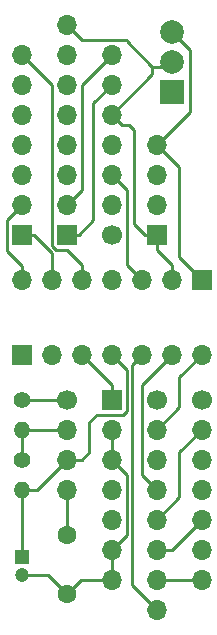
<source format=gbr>
G04 #@! TF.GenerationSoftware,KiCad,Pcbnew,(5.0.0)*
G04 #@! TF.CreationDate,2018-09-14T11:50:53-04:00*
G04 #@! TF.ProjectId,one-counter,6F6E652D636F756E7465722E6B696361,rev?*
G04 #@! TF.SameCoordinates,Original*
G04 #@! TF.FileFunction,Copper,L1,Top,Signal*
G04 #@! TF.FilePolarity,Positive*
%FSLAX46Y46*%
G04 Gerber Fmt 4.6, Leading zero omitted, Abs format (unit mm)*
G04 Created by KiCad (PCBNEW (5.0.0)) date 09/14/18 11:50:53*
%MOMM*%
%LPD*%
G01*
G04 APERTURE LIST*
G04 #@! TA.AperFunction,ComponentPad*
%ADD10R,2.000000X2.000000*%
G04 #@! TD*
G04 #@! TA.AperFunction,ComponentPad*
%ADD11C,2.000000*%
G04 #@! TD*
G04 #@! TA.AperFunction,ComponentPad*
%ADD12R,1.700000X1.700000*%
G04 #@! TD*
G04 #@! TA.AperFunction,ComponentPad*
%ADD13O,1.700000X1.700000*%
G04 #@! TD*
G04 #@! TA.AperFunction,ComponentPad*
%ADD14C,1.700000*%
G04 #@! TD*
G04 #@! TA.AperFunction,ComponentPad*
%ADD15R,1.200000X1.200000*%
G04 #@! TD*
G04 #@! TA.AperFunction,ComponentPad*
%ADD16C,1.200000*%
G04 #@! TD*
G04 #@! TA.AperFunction,ComponentPad*
%ADD17C,1.400000*%
G04 #@! TD*
G04 #@! TA.AperFunction,ComponentPad*
%ADD18O,1.400000X1.400000*%
G04 #@! TD*
G04 #@! TA.AperFunction,ComponentPad*
%ADD19C,1.600000*%
G04 #@! TD*
G04 #@! TA.AperFunction,Conductor*
%ADD20C,0.254000*%
G04 #@! TD*
G04 APERTURE END LIST*
D10*
G04 #@! TO.P,U1,1*
G04 #@! TO.N,N/C*
X175260000Y-92075000D03*
D11*
G04 #@! TO.P,U1,2*
G04 #@! TO.N,GND*
X175260000Y-89535000D03*
G04 #@! TO.P,U1,3*
G04 #@! TO.N,+5V*
X175260000Y-86995000D03*
G04 #@! TD*
D12*
G04 #@! TO.P,U8,1*
G04 #@! TO.N,U8-1*
X162560000Y-104140000D03*
D13*
G04 #@! TO.P,U8,2*
G04 #@! TO.N,U8-2*
X162560000Y-101600000D03*
G04 #@! TO.P,U8,3*
G04 #@! TO.N,N/C*
X162560000Y-99060000D03*
G04 #@! TO.P,U8,4*
X162560000Y-96520000D03*
G04 #@! TO.P,U8,5*
X162560000Y-93980000D03*
G04 #@! TO.P,U8,6*
X162560000Y-91440000D03*
G04 #@! TO.P,U8,7*
G04 #@! TO.N,U8-7*
X162560000Y-88900000D03*
G04 #@! TD*
G04 #@! TO.P,J2,7*
G04 #@! TO.N,U8-2*
X162560000Y-107950000D03*
G04 #@! TO.P,J2,6*
G04 #@! TO.N,U8-1*
X165100000Y-107950000D03*
G04 #@! TO.P,J2,5*
G04 #@! TO.N,U8-7*
X167640000Y-107950000D03*
G04 #@! TO.P,J2,4*
G04 #@! TO.N,U2-2*
X170180000Y-107950000D03*
G04 #@! TO.P,J2,3*
G04 #@! TO.N,U5-12*
X172720000Y-107950000D03*
G04 #@! TO.P,J2,2*
G04 #@! TO.N,GND*
X175260000Y-107950000D03*
D12*
G04 #@! TO.P,J2,1*
G04 #@! TO.N,+5V*
X177800000Y-107950000D03*
G04 #@! TD*
G04 #@! TO.P,U4,1*
G04 #@! TO.N,U4-1*
X170180000Y-118110000D03*
D13*
G04 #@! TO.P,U4,2*
G04 #@! TO.N,GND*
X170180000Y-120650000D03*
G04 #@! TO.P,U4,3*
X170180000Y-123190000D03*
G04 #@! TO.P,U4,4*
G04 #@! TO.N,N/C*
X170180000Y-125730000D03*
G04 #@! TO.P,U4,5*
G04 #@! TO.N,+5V*
X170180000Y-128270000D03*
G04 #@! TO.P,U4,6*
G04 #@! TO.N,GND*
X170180000Y-130810000D03*
G04 #@! TO.P,U4,7*
X170180000Y-133350000D03*
G04 #@! TD*
D12*
G04 #@! TO.P,U2,1*
G04 #@! TO.N,GND*
X173990000Y-104140000D03*
D13*
G04 #@! TO.P,U2,2*
G04 #@! TO.N,U2-2*
X173990000Y-101600000D03*
G04 #@! TO.P,U2,3*
G04 #@! TO.N,/1Hz*
X173990000Y-99060000D03*
G04 #@! TO.P,U2,4*
G04 #@! TO.N,+5V*
X173990000Y-96520000D03*
G04 #@! TD*
D12*
G04 #@! TO.P,U6,1*
G04 #@! TO.N,Net-(U5-Pad9)*
X166370000Y-104140000D03*
D13*
G04 #@! TO.P,U6,2*
G04 #@! TO.N,Net-(U5-Pad8)*
X166370000Y-101600000D03*
G04 #@! TO.P,U6,3*
G04 #@! TO.N,N/C*
X166370000Y-99060000D03*
G04 #@! TO.P,U6,4*
X166370000Y-96520000D03*
G04 #@! TO.P,U6,5*
X166370000Y-93980000D03*
G04 #@! TO.P,U6,6*
G04 #@! TO.N,Net-(U5-Pad11)*
X166370000Y-91440000D03*
G04 #@! TO.P,U6,7*
G04 #@! TO.N,U5-12*
X166370000Y-88900000D03*
G04 #@! TO.P,U6,8*
G04 #@! TO.N,GND*
X166370000Y-86360000D03*
G04 #@! TD*
G04 #@! TO.P,U3,5*
G04 #@! TO.N,Net-(C1-Pad1)*
X166370000Y-125730000D03*
G04 #@! TO.P,U3,6*
G04 #@! TO.N,U3-6*
X166370000Y-123190000D03*
G04 #@! TO.P,U3,7*
G04 #@! TO.N,Net-(R1-Pad2)*
X166370000Y-120650000D03*
D14*
G04 #@! TO.P,U3,8*
G04 #@! TO.N,+5V*
X166370000Y-118110000D03*
G04 #@! TD*
D13*
G04 #@! TO.P,U5,8*
G04 #@! TO.N,Net-(U5-Pad8)*
X170180000Y-88900000D03*
G04 #@! TO.P,U5,9*
G04 #@! TO.N,Net-(U5-Pad9)*
X170180000Y-91440000D03*
G04 #@! TO.P,U5,10*
G04 #@! TO.N,GND*
X170180000Y-93980000D03*
G04 #@! TO.P,U5,11*
G04 #@! TO.N,Net-(U5-Pad11)*
X170180000Y-96520000D03*
G04 #@! TO.P,U5,12*
G04 #@! TO.N,U5-12*
X170180000Y-99060000D03*
G04 #@! TO.P,U5,13*
G04 #@! TO.N,N/C*
X170180000Y-101600000D03*
D14*
G04 #@! TO.P,U5,14*
G04 #@! TO.N,/1Hz*
X170180000Y-104140000D03*
G04 #@! TD*
D13*
G04 #@! TO.P,U7,9*
G04 #@! TO.N,U7-9*
X173990000Y-135890000D03*
G04 #@! TO.P,U7,10*
G04 #@! TO.N,Net-(U7-Pad10)*
X173990000Y-133350000D03*
G04 #@! TO.P,U7,11*
G04 #@! TO.N,Net-(U7-Pad11)*
X173990000Y-130810000D03*
G04 #@! TO.P,U7,12*
G04 #@! TO.N,Net-(U7-Pad12)*
X173990000Y-128270000D03*
G04 #@! TO.P,U7,13*
G04 #@! TO.N,U7-13*
X173990000Y-125730000D03*
G04 #@! TO.P,U7,14*
G04 #@! TO.N,Net-(U7-Pad14)*
X173990000Y-123190000D03*
G04 #@! TO.P,U7,15*
G04 #@! TO.N,U7-15*
X173990000Y-120650000D03*
D14*
G04 #@! TO.P,U7,16*
G04 #@! TO.N,+5V*
X173990000Y-118110000D03*
G04 #@! TD*
G04 #@! TO.P,U9,14*
G04 #@! TO.N,+5V*
X177800000Y-118110000D03*
D13*
G04 #@! TO.P,U9,13*
G04 #@! TO.N,Net-(U7-Pad12)*
X177800000Y-120650000D03*
G04 #@! TO.P,U9,12*
G04 #@! TO.N,N/C*
X177800000Y-123190000D03*
G04 #@! TO.P,U9,11*
G04 #@! TO.N,Net-(U7-Pad14)*
X177800000Y-125730000D03*
G04 #@! TO.P,U9,10*
G04 #@! TO.N,Net-(U7-Pad11)*
X177800000Y-128270000D03*
G04 #@! TO.P,U9,9*
G04 #@! TO.N,N/C*
X177800000Y-130810000D03*
G04 #@! TO.P,U9,8*
G04 #@! TO.N,Net-(U7-Pad10)*
X177800000Y-133350000D03*
G04 #@! TD*
D15*
G04 #@! TO.P,C2,1*
G04 #@! TO.N,U3-6*
X162560000Y-131445000D03*
D16*
G04 #@! TO.P,C2,2*
G04 #@! TO.N,GND*
X162560000Y-132945000D03*
G04 #@! TD*
D12*
G04 #@! TO.P,J1,1*
G04 #@! TO.N,+5V*
X162560000Y-114300000D03*
D13*
G04 #@! TO.P,J1,2*
G04 #@! TO.N,GND*
X165100000Y-114300000D03*
G04 #@! TO.P,J1,3*
G04 #@! TO.N,U4-1*
X167640000Y-114300000D03*
G04 #@! TO.P,J1,4*
G04 #@! TO.N,U3-6*
X170180000Y-114300000D03*
G04 #@! TO.P,J1,5*
G04 #@! TO.N,U7-9*
X172720000Y-114300000D03*
G04 #@! TO.P,J1,6*
G04 #@! TO.N,U7-13*
X175260000Y-114300000D03*
G04 #@! TO.P,J1,7*
G04 #@! TO.N,U7-15*
X177800000Y-114300000D03*
G04 #@! TD*
D17*
G04 #@! TO.P,R1,1*
G04 #@! TO.N,+5V*
X162560000Y-118110000D03*
D18*
G04 #@! TO.P,R1,2*
G04 #@! TO.N,Net-(R1-Pad2)*
X162560000Y-120650000D03*
G04 #@! TD*
G04 #@! TO.P,R2,2*
G04 #@! TO.N,U3-6*
X162560000Y-125730000D03*
D17*
G04 #@! TO.P,R2,1*
G04 #@! TO.N,Net-(R1-Pad2)*
X162560000Y-123190000D03*
G04 #@! TD*
D19*
G04 #@! TO.P,C1,1*
G04 #@! TO.N,Net-(C1-Pad1)*
X166370000Y-129540000D03*
G04 #@! TO.P,C1,2*
G04 #@! TO.N,GND*
X166370000Y-134540000D03*
G04 #@! TD*
D20*
G04 #@! TO.N,Net-(C1-Pad1)*
X166370000Y-125730000D02*
X166370000Y-129540000D01*
G04 #@! TO.N,GND*
X171029999Y-94829999D02*
X171664999Y-94829999D01*
X170180000Y-93980000D02*
X171029999Y-94829999D01*
X171664999Y-94829999D02*
X172085000Y-95250000D01*
X172987600Y-104140000D02*
X173990000Y-104140000D01*
X172085000Y-103237400D02*
X172987600Y-104140000D01*
X172085000Y-95250000D02*
X172085000Y-103237400D01*
X175260000Y-107950000D02*
X175260000Y-106680000D01*
X173990000Y-105410000D02*
X173990000Y-104140000D01*
X175260000Y-106680000D02*
X173990000Y-105410000D01*
X175260000Y-88900000D02*
X174260001Y-89899999D01*
X173625001Y-90534999D02*
X170180000Y-93980000D01*
X173625001Y-89899999D02*
X173625001Y-90534999D01*
X166370000Y-86360000D02*
X167640000Y-87630000D01*
X167640000Y-87630000D02*
X171450000Y-87630000D01*
X171450000Y-87724998D02*
X173625001Y-89899999D01*
X171450000Y-87630000D02*
X171450000Y-87724998D01*
X170180000Y-123190000D02*
X170180000Y-120650000D01*
X164775000Y-132945000D02*
X166370000Y-134540000D01*
X162560000Y-132945000D02*
X164775000Y-132945000D01*
X167560000Y-133350000D02*
X170180000Y-133350000D01*
X166370000Y-134540000D02*
X167560000Y-133350000D01*
X170180000Y-133350000D02*
X170180000Y-130810000D01*
X171450000Y-124460000D02*
X170180000Y-123190000D01*
X170180000Y-130810000D02*
X171450000Y-129540000D01*
X171450000Y-129540000D02*
X171450000Y-124460000D01*
X174260001Y-89899999D02*
X173625001Y-89899999D01*
G04 #@! TO.N,+5V*
X175895000Y-106045000D02*
X177800000Y-107950000D01*
X173990000Y-96520000D02*
X175895000Y-98425000D01*
X175895000Y-98425000D02*
X175895000Y-106045000D01*
X176784000Y-88519000D02*
X175260000Y-86995000D01*
X173990000Y-96520000D02*
X176784000Y-93726000D01*
X176784000Y-93726000D02*
X176784000Y-88519000D01*
X166370000Y-118110000D02*
X162560000Y-118110000D01*
G04 #@! TO.N,Net-(R1-Pad2)*
X166370000Y-120650000D02*
X162560000Y-120650000D01*
X162560000Y-120650000D02*
X162560000Y-123190000D01*
G04 #@! TO.N,Net-(U5-Pad9)*
X167372400Y-104140000D02*
X166370000Y-104140000D01*
X168627410Y-102884990D02*
X167372400Y-104140000D01*
X168627410Y-92992590D02*
X168627410Y-102884990D01*
X170180000Y-91440000D02*
X168627410Y-92992590D01*
G04 #@! TO.N,Net-(U5-Pad8)*
X167640000Y-91440000D02*
X170180000Y-88900000D01*
X166370000Y-101600000D02*
X167640000Y-100330000D01*
X167640000Y-100330000D02*
X167640000Y-91440000D01*
G04 #@! TO.N,Net-(U7-Pad10)*
X177800000Y-133350000D02*
X173990000Y-133350000D01*
G04 #@! TO.N,Net-(U7-Pad11)*
X175260000Y-130810000D02*
X177800000Y-128270000D01*
X173990000Y-130810000D02*
X175260000Y-130810000D01*
G04 #@! TO.N,Net-(U7-Pad12)*
X175895000Y-122555000D02*
X177800000Y-120650000D01*
X173990000Y-128270000D02*
X175895000Y-126365000D01*
X175895000Y-126365000D02*
X175895000Y-122555000D01*
G04 #@! TO.N,U4-1*
X170180000Y-116840000D02*
X167640000Y-114300000D01*
X170180000Y-118110000D02*
X170180000Y-116840000D01*
G04 #@! TO.N,U5-12*
X171450000Y-106680000D02*
X172720000Y-107950000D01*
X170180000Y-99060000D02*
X171450000Y-100330000D01*
X171450000Y-100330000D02*
X171450000Y-106680000D01*
G04 #@! TO.N,U3-6*
X162560000Y-131445000D02*
X162560000Y-125730000D01*
X162560000Y-125730000D02*
X163830000Y-125730000D01*
X163830000Y-125730000D02*
X166370000Y-123190000D01*
X166370000Y-123190000D02*
X167640000Y-123190000D01*
X167640000Y-123190000D02*
X168275000Y-122555000D01*
X168275000Y-122555000D02*
X168275000Y-120015000D01*
X168275000Y-120015000D02*
X168910000Y-119380000D01*
X171107162Y-119380000D02*
X171450000Y-119037162D01*
X168910000Y-119380000D02*
X171107162Y-119380000D01*
X171450000Y-115570000D02*
X170180000Y-114300000D01*
X171450000Y-119037162D02*
X171450000Y-115570000D01*
G04 #@! TO.N,U7-9*
X171870001Y-115149999D02*
X172720000Y-114300000D01*
X171870001Y-133770001D02*
X171870001Y-115149999D01*
X173990000Y-135890000D02*
X171870001Y-133770001D01*
G04 #@! TO.N,U7-13*
X174410001Y-115149999D02*
X175260000Y-114300000D01*
X172720000Y-116840000D02*
X174410001Y-115149999D01*
X172720000Y-124460000D02*
X172720000Y-116840000D01*
X173990000Y-125730000D02*
X172720000Y-124460000D01*
G04 #@! TO.N,U7-15*
X173990000Y-120650000D02*
X175895000Y-118745000D01*
X175895000Y-116205000D02*
X177800000Y-114300000D01*
X175895000Y-118745000D02*
X175895000Y-116205000D01*
G04 #@! TO.N,U8-2*
X162560000Y-106747919D02*
X162560000Y-107950000D01*
X161290000Y-105477919D02*
X162560000Y-106747919D01*
X162560000Y-101600000D02*
X161290000Y-102870000D01*
X161290000Y-102870000D02*
X161290000Y-105477919D01*
G04 #@! TO.N,U8-1*
X163562400Y-104140000D02*
X162560000Y-104140000D01*
X165100000Y-105677600D02*
X163562400Y-104140000D01*
X165100000Y-107950000D02*
X165100000Y-105677600D01*
G04 #@! TO.N,U8-7*
X167640000Y-107950000D02*
X167640000Y-106680000D01*
X167640000Y-106680000D02*
X166370000Y-105410000D01*
X165442838Y-105410000D02*
X165100000Y-105067162D01*
X166370000Y-105410000D02*
X165442838Y-105410000D01*
X165100000Y-91440000D02*
X162560000Y-88900000D01*
X165100000Y-105067162D02*
X165100000Y-91440000D01*
G04 #@! TD*
M02*

</source>
